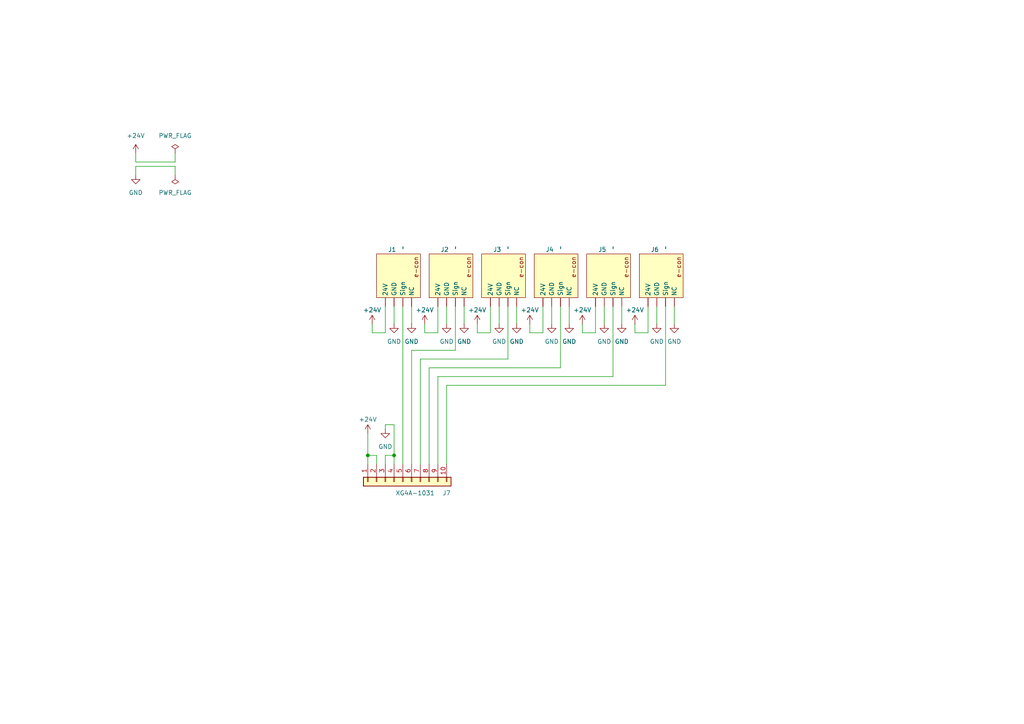
<source format=kicad_sch>
(kicad_sch (version 20231120) (generator "eeschema") (generator_version "8.0")
  (paper "A4")
  (lib_symbols
    (symbol "Connector_Generic:Conn_01x10" (pin_names (offset 1.016) hide)
      (property "Reference" "J" (at 0 12.7 0))
      (property "Value" "Conn_01x10" (at 0 -15.24 0))
      (symbol "Conn_01x10_1_1"
        (rectangle (start -1.27 -12.573) (end 0 -12.827) (stroke (width 0.1524)))
        (rectangle (start -1.27 -10.033) (end 0 -10.287) (stroke (width 0.1524)))
        (rectangle (start -1.27 -7.493) (end 0 -7.747) (stroke (width 0.1524)))
        (rectangle (start -1.27 -4.953) (end 0 -5.207) (stroke (width 0.1524)))
        (rectangle (start -1.27 -2.413) (end 0 -2.667) (stroke (width 0.1524)))
        (rectangle (start -1.27 0.127) (end 0 -0.127) (stroke (width 0.1524)))
        (rectangle (start -1.27 2.667) (end 0 2.413) (stroke (width 0.1524)))
        (rectangle (start -1.27 5.207) (end 0 4.953) (stroke (width 0.1524)))
        (rectangle (start -1.27 7.747) (end 0 7.493) (stroke (width 0.1524)))
        (rectangle (start -1.27 10.287) (end 0 10.033) (stroke (width 0.1524)))
        (rectangle (start -1.27 11.43) (end 1.27 -13.97) (stroke (width 0.254)) (fill (type background)))
        (pin passive line (at -5.08 10.16 0) (length 3.81) (name "Pin_1") (number "1"))
        (pin passive line (at -5.08 -12.7 0) (length 3.81) (name "Pin_10") (number "10"))
        (pin passive line (at -5.08 7.62 0) (length 3.81) (name "Pin_2") (number "2"))
        (pin passive line (at -5.08 5.08 0) (length 3.81) (name "Pin_3") (number "3"))
        (pin passive line (at -5.08 2.54 0) (length 3.81) (name "Pin_4") (number "4"))
        (pin passive line (at -5.08 0 0) (length 3.81) (name "Pin_5") (number "5"))
        (pin passive line (at -5.08 -2.54 0) (length 3.81) (name "Pin_6") (number "6"))
        (pin passive line (at -5.08 -5.08 0) (length 3.81) (name "Pin_7") (number "7"))
        (pin passive line (at -5.08 -7.62 0) (length 3.81) (name "Pin_8") (number "8"))
        (pin passive line (at -5.08 -10.16 0) (length 3.81) (name "Pin_9") (number "9"))
      )
    )
    (symbol "My_Library:XN2D-1371" (pin_numbers hide)
      (property "Reference" "J" (at -0.254 9.906 0))
      (property "Value" "XN2D-1371" (at 0.254 7.366 0))
      (symbol "XN2D-1371_1_1"
        (rectangle (start -6.35 6.35) (end 6.35 -6.35) (fill (type background)))
        (text "e-con" (at 2.54 -5.08 0) (effects (font (size 1.27 1.27))))
        (pin passive line (at -8.89 3.81 0) (length 2.54) (name "24V") (number "24V"))
        (pin passive line (at -8.89 1.27 0) (length 2.54) (name "GND") (number "GND"))
        (pin passive line (at -8.89 -3.81 0) (length 2.54) (name "NC") (number "NC"))
        (pin passive line (at -8.89 -1.27 0) (length 2.54) (name "Sign") (number "Sign"))
      )
    )
    (symbol "power:+24V" (power) (pin_numbers hide) (pin_names (offset 0) hide)
      (property "Value" "+24V" (at 0 3.556 0))
      (symbol "+24V_0_1"
        (polyline (pts (xy -0.762 1.27) (xy 0 2.54)))
        (polyline (pts (xy 0 0) (xy 0 2.54)))
        (polyline (pts (xy 0 2.54) (xy 0.762 1.27)))
      )
      (symbol "+24V_1_1"
        (pin power_in line (at 0 0 90) (length 0) (name "~") (number "1"))
      )
    )
    (symbol "power:GND" (power) (pin_numbers hide) (pin_names (offset 0) hide)
      (property "Value" "GND" (at 0 -3.81 0))
      (symbol "GND_0_1"
        (polyline (pts (xy 0 0) (xy 0 -1.27) (xy 1.27 -1.27) (xy 0 -2.54) (xy -1.27 -1.27) (xy 0 -1.27)))
      )
      (symbol "GND_1_1"
        (pin power_in line (at 0 0 270) (length 0) (name "~") (number "1"))
      )
    )
    (symbol "power:PWR_FLAG" (power) (pin_numbers hide) (pin_names (offset 0) hide)
      (property "Value" "PWR_FLAG" (at 0 3.81 0))
      (symbol "PWR_FLAG_0_0"
        (pin power_out line (at 0 0 90) (length 0) (name "~") (number "1"))
      )
      (symbol "PWR_FLAG_0_1"
        (polyline (pts (xy 0 0) (xy 0 1.27) (xy -1.016 1.905) (xy 0 2.54) (xy 1.016 1.905) (xy 0 1.27)))
      )
    )
  )
  (junction (at 114.3 132.08))
  (junction (at 106.68 132.08))
  (wire (pts (xy 106.68 132.08) (xy 109.22 132.08)))
  (wire (pts (xy 106.68 125.73) (xy 106.68 132.08)))
  (wire (pts (xy 195.58 88.9) (xy 195.58 93.98)))
  (wire (pts (xy 39.37 46.99) (xy 50.8 46.99)))
  (wire (pts (xy 129.54 88.9) (xy 129.54 93.98)))
  (wire (pts (xy 124.46 106.68) (xy 162.56 106.68)))
  (wire (pts (xy 50.8 46.99) (xy 50.8 44.45)))
  (wire (pts (xy 39.37 48.26) (xy 39.37 50.8)))
  (wire (pts (xy 39.37 44.45) (xy 39.37 46.99)))
  (wire (pts (xy 144.78 88.9) (xy 144.78 93.98)))
  (wire (pts (xy 193.04 111.76) (xy 129.54 111.76)))
  (wire (pts (xy 157.48 88.9) (xy 157.48 96.52)))
  (wire (pts (xy 127 88.9) (xy 127 96.52)))
  (wire (pts (xy 107.95 96.52) (xy 107.95 93.98)))
  (wire (pts (xy 106.68 134.62) (xy 106.68 132.08)))
  (wire (pts (xy 157.48 96.52) (xy 153.67 96.52)))
  (wire (pts (xy 111.76 123.19) (xy 114.3 123.19)))
  (wire (pts (xy 138.43 96.52) (xy 138.43 93.98)))
  (wire (pts (xy 124.46 134.62) (xy 124.46 106.68)))
  (wire (pts (xy 147.32 104.14) (xy 121.92 104.14)))
  (wire (pts (xy 180.34 88.9) (xy 180.34 93.98)))
  (wire (pts (xy 119.38 88.9) (xy 119.38 93.98)))
  (wire (pts (xy 132.08 101.6) (xy 119.38 101.6)))
  (wire (pts (xy 175.26 88.9) (xy 175.26 93.98)))
  (wire (pts (xy 111.76 124.46) (xy 111.76 123.19)))
  (wire (pts (xy 165.1 88.9) (xy 165.1 93.98)))
  (wire (pts (xy 109.22 132.08) (xy 109.22 134.62)))
  (wire (pts (xy 129.54 111.76) (xy 129.54 134.62)))
  (wire (pts (xy 177.8 109.22) (xy 127 109.22)))
  (wire (pts (xy 123.19 96.52) (xy 123.19 93.98)))
  (wire (pts (xy 111.76 88.9) (xy 111.76 96.52)))
  (wire (pts (xy 177.8 109.22) (xy 177.8 88.9)))
  (wire (pts (xy 184.15 96.52) (xy 184.15 93.98)))
  (wire (pts (xy 193.04 111.76) (xy 193.04 88.9)))
  (wire (pts (xy 50.8 50.8) (xy 50.8 48.26)))
  (wire (pts (xy 168.91 96.52) (xy 168.91 93.98)))
  (wire (pts (xy 162.56 106.68) (xy 162.56 88.9)))
  (wire (pts (xy 50.8 48.26) (xy 39.37 48.26)))
  (wire (pts (xy 187.96 96.52) (xy 184.15 96.52)))
  (wire (pts (xy 160.02 88.9) (xy 160.02 93.98)))
  (wire (pts (xy 114.3 123.19) (xy 114.3 132.08)))
  (wire (pts (xy 172.72 96.52) (xy 168.91 96.52)))
  (wire (pts (xy 149.86 88.9) (xy 149.86 93.98)))
  (wire (pts (xy 142.24 88.9) (xy 142.24 96.52)))
  (wire (pts (xy 134.62 88.9) (xy 134.62 93.98)))
  (wire (pts (xy 114.3 132.08) (xy 114.3 134.62)))
  (wire (pts (xy 132.08 88.9) (xy 132.08 101.6)))
  (wire (pts (xy 111.76 134.62) (xy 111.76 132.08)))
  (wire (pts (xy 147.32 104.14) (xy 147.32 88.9)))
  (wire (pts (xy 142.24 96.52) (xy 138.43 96.52)))
  (wire (pts (xy 116.84 134.62) (xy 116.84 88.9)))
  (wire (pts (xy 172.72 88.9) (xy 172.72 96.52)))
  (wire (pts (xy 127 109.22) (xy 127 134.62)))
  (wire (pts (xy 119.38 134.62) (xy 119.38 101.6)))
  (wire (pts (xy 127 96.52) (xy 123.19 96.52)))
  (wire (pts (xy 121.92 104.14) (xy 121.92 134.62)))
  (wire (pts (xy 111.76 96.52) (xy 107.95 96.52)))
  (wire (pts (xy 187.96 88.9) (xy 187.96 96.52)))
  (wire (pts (xy 153.67 96.52) (xy 153.67 93.98)))
  (wire (pts (xy 111.76 132.08) (xy 114.3 132.08)))
  (wire (pts (xy 114.3 88.9) (xy 114.3 93.98)))
  (wire (pts (xy 190.5 88.9) (xy 190.5 93.98)))
  (symbol (lib_id "power:+24V") (at 39.37 44.45 0) (unit 1)
    (property "Reference" "#PWR01" (effects (hide yes)))
    (property "Value" "+24V" (at 39.37 39.37 0))
    (property "Description" "Power symbol creates a global label with name \"+24V\"" (effects (hide yes)))
  )
  (symbol (lib_id "My_Library:XN2D-1371") (at 146.05 80.01 90) (unit 1)
    (property "Reference" "J3" (at 145.4149 72.39 90) (effects (justify left)))
    (property "Value" "~" (at 147.32 72.39 0) (effects (justify left)))
    (property "Footprint" "SamacSys_Parts:XN2D-1371" (effects (hide yes)))
  )
  (symbol (lib_id "power:GND") (at 180.34 93.98 0) (unit 1)
    (property "Reference" "#PWR019" (effects (hide yes)))
    (property "Value" "GND" (at 180.34 99.06 0))
    (property "Description" "Power symbol creates a global label with name \"GND\" , ground" (effects (hide yes)))
  )
  (symbol (lib_id "power:+24V") (at 106.68 125.73 0) (unit 1)
    (property "Reference" "#PWR04" (effects (hide yes)))
    (property "Value" "+24V" (at 106.68 121.666 0))
    (property "Description" "Power symbol creates a global label with name \"+24V\"" (effects (hide yes)))
  )
  (symbol (lib_id "power:GND") (at 175.26 93.98 0) (unit 1)
    (property "Reference" "#PWR018" (effects (hide yes)))
    (property "Value" "GND" (at 175.26 99.06 0))
    (property "Description" "Power symbol creates a global label with name \"GND\" , ground" (effects (hide yes)))
  )
  (symbol (lib_id "power:GND") (at 190.5 93.98 0) (unit 1)
    (property "Reference" "#PWR021" (effects (hide yes)))
    (property "Value" "GND" (at 190.5 99.06 0))
    (property "Description" "Power symbol creates a global label with name \"GND\" , ground" (effects (hide yes)))
  )
  (symbol (lib_id "power:GND") (at 149.86 93.98 0) (unit 1)
    (property "Reference" "#PWR013" (effects (hide yes)))
    (property "Value" "GND" (at 149.86 99.06 0))
    (property "Description" "Power symbol creates a global label with name \"GND\" , ground" (effects (hide yes)))
  )
  (symbol (lib_id "power:+24V") (at 123.19 93.98 0) (unit 1)
    (property "Reference" "#PWR08" (effects (hide yes)))
    (property "Value" "+24V" (at 123.19 89.916 0))
    (property "Description" "Power symbol creates a global label with name \"+24V\"" (effects (hide yes)))
  )
  (symbol (lib_id "My_Library:XN2D-1371") (at 161.29 80.01 90) (unit 1)
    (property "Reference" "J4" (at 160.6549 72.39 90) (effects (justify left)))
    (property "Value" "~" (at 162.56 72.39 0) (effects (justify left)))
    (property "Footprint" "SamacSys_Parts:XN2D-1371" (effects (hide yes)))
  )
  (symbol (lib_id "power:+24V") (at 168.91 93.98 0) (unit 1)
    (property "Reference" "#PWR017" (effects (hide yes)))
    (property "Value" "+24V" (at 168.91 89.916 0))
    (property "Description" "Power symbol creates a global label with name \"+24V\"" (effects (hide yes)))
  )
  (symbol (lib_id "Connector_Generic:Conn_01x10") (at 116.84 139.7 90) (mirror x) (unit 1)
    (property "Reference" "J7" (at 129.54 143.002 90))
    (property "Value" "XG4A-1031" (at 120.396 143.002 90))
    (property "Footprint" "Connector_PinHeader_2.54mm:PinHeader_2x05_P2.54mm_Vertical" (effects (hide yes)))
    (property "Description" "Generic connector, single row, 01x10, script generated (kicad-library-utils/schlib/autogen/connector/)" (effects (hide yes)))
  )
  (symbol (lib_id "My_Library:XN2D-1371") (at 176.53 80.01 90) (unit 1)
    (property "Reference" "J5" (at 175.8949 72.39 90) (effects (justify left)))
    (property "Value" "~" (at 177.8 72.39 0) (effects (justify left)))
    (property "Footprint" "SamacSys_Parts:XN2D-1371" (effects (hide yes)))
  )
  (symbol (lib_id "power:GND") (at 129.54 93.98 0) (unit 1)
    (property "Reference" "#PWR09" (effects (hide yes)))
    (property "Value" "GND" (at 129.54 99.06 0))
    (property "Description" "Power symbol creates a global label with name \"GND\" , ground" (effects (hide yes)))
  )
  (symbol (lib_id "power:+24V") (at 153.67 93.98 0) (unit 1)
    (property "Reference" "#PWR014" (effects (hide yes)))
    (property "Value" "+24V" (at 153.67 89.916 0))
    (property "Description" "Power symbol creates a global label with name \"+24V\"" (effects (hide yes)))
  )
  (symbol (lib_id "power:GND") (at 119.38 93.98 0) (unit 1)
    (property "Reference" "#PWR06" (effects (hide yes)))
    (property "Value" "GND" (at 119.38 99.06 0))
    (property "Description" "Power symbol creates a global label with name \"GND\" , ground" (effects (hide yes)))
  )
  (symbol (lib_id "power:PWR_FLAG") (at 50.8 50.8 180) (unit 1)
    (property "Reference" "#FLG02" (effects (hide yes)))
    (property "Value" "PWR_FLAG" (at 50.8 55.88 0))
    (property "Description" "Special symbol for telling ERC where power comes from" (effects (hide yes)))
  )
  (symbol (lib_id "My_Library:XN2D-1371") (at 130.81 80.01 90) (unit 1)
    (property "Reference" "J2" (at 130.1749 72.39 90) (effects (justify left)))
    (property "Value" "~" (at 132.08 72.39 0) (effects (justify left)))
    (property "Footprint" "SamacSys_Parts:XN2D-1371" (effects (hide yes)))
  )
  (symbol (lib_id "power:GND") (at 160.02 93.98 0) (unit 1)
    (property "Reference" "#PWR015" (effects (hide yes)))
    (property "Value" "GND" (at 160.02 99.06 0))
    (property "Description" "Power symbol creates a global label with name \"GND\" , ground" (effects (hide yes)))
  )
  (symbol (lib_id "power:GND") (at 195.58 93.98 0) (unit 1)
    (property "Reference" "#PWR022" (effects (hide yes)))
    (property "Value" "GND" (at 195.58 99.06 0))
    (property "Description" "Power symbol creates a global label with name \"GND\" , ground" (effects (hide yes)))
  )
  (symbol (lib_id "power:+24V") (at 184.15 93.98 0) (unit 1)
    (property "Reference" "#PWR020" (effects (hide yes)))
    (property "Value" "+24V" (at 184.15 89.916 0))
    (property "Description" "Power symbol creates a global label with name \"+24V\"" (effects (hide yes)))
  )
  (symbol (lib_id "power:+24V") (at 138.43 93.98 0) (unit 1)
    (property "Reference" "#PWR011" (effects (hide yes)))
    (property "Value" "+24V" (at 138.43 89.916 0))
    (property "Description" "Power symbol creates a global label with name \"+24V\"" (effects (hide yes)))
  )
  (symbol (lib_id "power:GND") (at 111.76 124.46 0) (unit 1)
    (property "Reference" "#PWR07" (effects (hide yes)))
    (property "Value" "GND" (at 111.76 129.54 0))
    (property "Description" "Power symbol creates a global label with name \"GND\" , ground" (effects (hide yes)))
  )
  (symbol (lib_id "power:PWR_FLAG") (at 50.8 44.45 0) (unit 1)
    (property "Reference" "#FLG01" (effects (hide yes)))
    (property "Value" "PWR_FLAG" (at 50.8 39.37 0))
    (property "Description" "Special symbol for telling ERC where power comes from" (effects (hide yes)))
  )
  (symbol (lib_id "My_Library:XN2D-1371") (at 191.77 80.01 90) (unit 1)
    (property "Reference" "J6" (at 191.1349 72.39 90) (effects (justify left)))
    (property "Value" "~" (at 193.04 72.39 0) (effects (justify left)))
    (property "Footprint" "SamacSys_Parts:XN2D-1371" (effects (hide yes)))
  )
  (symbol (lib_id "power:GND") (at 165.1 93.98 0) (unit 1)
    (property "Reference" "#PWR016" (effects (hide yes)))
    (property "Value" "GND" (at 165.1 99.06 0))
    (property "Description" "Power symbol creates a global label with name \"GND\" , ground" (effects (hide yes)))
  )
  (symbol (lib_id "My_Library:XN2D-1371") (at 115.57 80.01 90) (unit 1)
    (property "Reference" "J1" (at 114.9349 72.39 90) (effects (justify left)))
    (property "Value" "~" (at 116.84 72.39 0) (effects (justify left)))
    (property "Footprint" "SamacSys_Parts:XN2D-1371" (effects (hide yes)))
  )
  (symbol (lib_id "power:GND") (at 144.78 93.98 0) (unit 1)
    (property "Reference" "#PWR012" (effects (hide yes)))
    (property "Value" "GND" (at 144.78 99.06 0))
    (property "Description" "Power symbol creates a global label with name \"GND\" , ground" (effects (hide yes)))
  )
  (symbol (lib_id "power:GND") (at 134.62 93.98 0) (unit 1)
    (property "Reference" "#PWR010" (effects (hide yes)))
    (property "Value" "GND" (at 134.62 99.06 0))
    (property "Description" "Power symbol creates a global label with name \"GND\" , ground" (effects (hide yes)))
  )
  (symbol (lib_id "power:+24V") (at 107.95 93.98 0) (unit 1)
    (property "Reference" "#PWR03" (effects (hide yes)))
    (property "Value" "+24V" (at 107.95 89.916 0))
    (property "Description" "Power symbol creates a global label with name \"+24V\"" (effects (hide yes)))
  )
  (symbol (lib_id "power:GND") (at 114.3 93.98 0) (unit 1)
    (property "Reference" "#PWR05" (effects (hide yes)))
    (property "Value" "GND" (at 114.3 99.06 0))
    (property "Description" "Power symbol creates a global label with name \"GND\" , ground" (effects (hide yes)))
  )
  (symbol (lib_id "power:GND") (at 39.37 50.8 0) (unit 1)
    (property "Reference" "#PWR02" (effects (hide yes)))
    (property "Value" "GND" (at 39.37 55.88 0))
    (property "Description" "Power symbol creates a global label with name \"GND\" , ground" (effects (hide yes)))
  )
)
</source>
